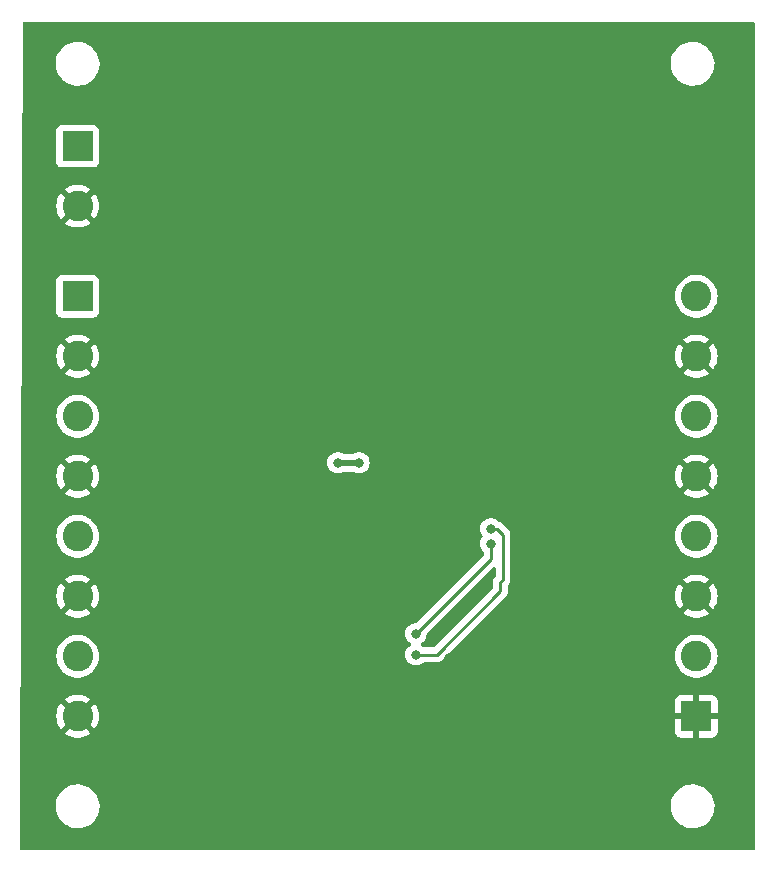
<source format=gbr>
%TF.GenerationSoftware,KiCad,Pcbnew,7.0.9*%
%TF.CreationDate,2024-02-06T13:40:39+00:00*%
%TF.ProjectId,dc-level-shifter,64632d6c-6576-4656-9c2d-736869667465,1.0*%
%TF.SameCoordinates,Original*%
%TF.FileFunction,Copper,L2,Bot*%
%TF.FilePolarity,Positive*%
%FSLAX46Y46*%
G04 Gerber Fmt 4.6, Leading zero omitted, Abs format (unit mm)*
G04 Created by KiCad (PCBNEW 7.0.9) date 2024-02-06 13:40:39*
%MOMM*%
%LPD*%
G01*
G04 APERTURE LIST*
%TA.AperFunction,ComponentPad*%
%ADD10R,2.600000X2.600000*%
%TD*%
%TA.AperFunction,ComponentPad*%
%ADD11C,2.600000*%
%TD*%
%TA.AperFunction,ViaPad*%
%ADD12C,0.800000*%
%TD*%
%TA.AperFunction,Conductor*%
%ADD13C,0.500000*%
%TD*%
%TA.AperFunction,Conductor*%
%ADD14C,0.250000*%
%TD*%
G04 APERTURE END LIST*
D10*
%TO.P,J1,1,Pin_1*%
%TO.N,/IN_1*%
X108520000Y-70485000D03*
D11*
%TO.P,J1,2,Pin_2*%
%TO.N,GND*%
X108520000Y-75565000D03*
%TO.P,J1,3,Pin_3*%
%TO.N,/IN_2*%
X108520000Y-80645000D03*
%TO.P,J1,4,Pin_4*%
%TO.N,GND*%
X108520000Y-85725000D03*
%TO.P,J1,5,Pin_5*%
%TO.N,/IN_3*%
X108520000Y-90805000D03*
%TO.P,J1,6,Pin_6*%
%TO.N,GND*%
X108520000Y-95885000D03*
%TO.P,J1,7,Pin_7*%
%TO.N,/IN_4*%
X108520000Y-100965000D03*
%TO.P,J1,8,Pin_8*%
%TO.N,GND*%
X108520000Y-106045000D03*
%TD*%
D10*
%TO.P,J3,1,Pin_1*%
%TO.N,Net-(D9-A)*%
X108520000Y-57780000D03*
D11*
%TO.P,J3,2,Pin_2*%
%TO.N,GND*%
X108520000Y-62860000D03*
%TD*%
D10*
%TO.P,J2,1,Pin_1*%
%TO.N,GND*%
X160895000Y-106045000D03*
D11*
%TO.P,J2,2,Pin_2*%
%TO.N,/OUT_4*%
X160895000Y-100965000D03*
%TO.P,J2,3,Pin_3*%
%TO.N,GND*%
X160895000Y-95885000D03*
%TO.P,J2,4,Pin_4*%
%TO.N,/OUT_3*%
X160895000Y-90805000D03*
%TO.P,J2,5,Pin_5*%
%TO.N,GND*%
X160895000Y-85725000D03*
%TO.P,J2,6,Pin_6*%
%TO.N,/OUT_2*%
X160895000Y-80645000D03*
%TO.P,J2,7,Pin_7*%
%TO.N,GND*%
X160895000Y-75565000D03*
%TO.P,J2,8,Pin_8*%
%TO.N,/OUT_1*%
X160895000Y-70485000D03*
%TD*%
D12*
%TO.N,Net-(D9-K)*%
X130556000Y-84582000D03*
X132334000Y-84582000D03*
%TO.N,GND*%
X133985000Y-81280000D03*
X140970000Y-90805000D03*
X115570000Y-75565000D03*
X154178000Y-93726000D03*
X153924000Y-99060000D03*
X115570000Y-95885000D03*
X115570000Y-85725000D03*
X160782000Y-62738000D03*
X142748000Y-83058000D03*
X113792000Y-51054000D03*
X146304000Y-88392000D03*
X145796000Y-94996000D03*
X153162000Y-88138000D03*
X138684000Y-65532000D03*
X164592000Y-101854000D03*
X115570000Y-106045000D03*
X139192000Y-51054000D03*
X112776000Y-76708000D03*
X164592000Y-51054000D03*
X129032000Y-85090000D03*
X139192000Y-76454000D03*
X144780000Y-86614000D03*
X123952000Y-76708000D03*
X115570000Y-78105000D03*
X126746000Y-106172000D03*
X140970000Y-97028000D03*
X139954000Y-101092000D03*
X115570000Y-98425000D03*
X144526000Y-98806000D03*
X112522000Y-103632000D03*
X127508000Y-90424000D03*
X164592000Y-76454000D03*
X143002000Y-106680000D03*
X115570000Y-88265000D03*
X117856000Y-66548000D03*
X138938000Y-99314000D03*
%TO.N,Net-(U1C-IN+)*%
X143510000Y-91440000D03*
X137160000Y-99060000D03*
%TO.N,Net-(U1D-IN+)*%
X137160000Y-100838000D03*
X143510000Y-90170000D03*
%TD*%
D13*
%TO.N,Net-(D9-K)*%
X132334000Y-84582000D02*
X130556000Y-84582000D01*
D14*
%TO.N,Net-(U1C-IN+)*%
X143510000Y-91440000D02*
X143510000Y-92710000D01*
X143510000Y-92710000D02*
X137160000Y-99060000D01*
%TO.N,Net-(U1D-IN+)*%
X144526000Y-94478695D02*
X144309000Y-94695695D01*
X144526000Y-90678000D02*
X144526000Y-94478695D01*
X144309000Y-94695695D02*
X144309000Y-95467000D01*
X138938000Y-100838000D02*
X137160000Y-100838000D01*
X143510000Y-90170000D02*
X144018000Y-90170000D01*
X144309000Y-95467000D02*
X138938000Y-100838000D01*
X144018000Y-90170000D02*
X144526000Y-90678000D01*
%TD*%
%TA.AperFunction,Conductor*%
%TO.N,GND*%
G36*
X143819834Y-93387269D02*
G01*
X143875767Y-93429141D01*
X143900184Y-93494605D01*
X143900500Y-93503451D01*
X143900500Y-94167865D01*
X143880815Y-94234904D01*
X143866896Y-94252744D01*
X143859773Y-94260330D01*
X143852811Y-94267291D01*
X143838888Y-94281214D01*
X143838877Y-94281227D01*
X143834621Y-94286712D01*
X143830837Y-94291142D01*
X143798937Y-94325113D01*
X143798936Y-94325115D01*
X143789284Y-94342671D01*
X143778610Y-94358921D01*
X143766329Y-94374756D01*
X143766324Y-94374763D01*
X143747815Y-94417533D01*
X143745245Y-94422779D01*
X143722803Y-94463601D01*
X143717822Y-94483002D01*
X143711521Y-94501405D01*
X143703562Y-94519797D01*
X143703561Y-94519800D01*
X143696271Y-94565822D01*
X143695087Y-94571541D01*
X143683501Y-94616667D01*
X143683500Y-94616677D01*
X143683500Y-94636711D01*
X143681973Y-94656110D01*
X143678840Y-94675889D01*
X143678840Y-94675890D01*
X143683225Y-94722278D01*
X143683500Y-94728116D01*
X143683500Y-95156547D01*
X143663815Y-95223586D01*
X143647181Y-95244228D01*
X138715228Y-100176181D01*
X138653905Y-100209666D01*
X138627547Y-100212500D01*
X137863748Y-100212500D01*
X137796709Y-100192815D01*
X137771600Y-100171474D01*
X137765873Y-100165114D01*
X137765869Y-100165110D01*
X137607473Y-100050029D01*
X137609028Y-100047888D01*
X137568921Y-100005840D01*
X137555685Y-99937235D01*
X137581642Y-99872366D01*
X137608370Y-99849205D01*
X137607473Y-99847971D01*
X137677879Y-99796817D01*
X137765871Y-99732888D01*
X137892533Y-99592216D01*
X137987179Y-99428284D01*
X138045674Y-99248256D01*
X138063321Y-99080345D01*
X138089905Y-99015732D01*
X138098952Y-99005636D01*
X143688821Y-93415768D01*
X143750142Y-93382285D01*
X143819834Y-93387269D01*
G37*
%TD.AperFunction*%
%TA.AperFunction,Conductor*%
G36*
X165805039Y-47263685D02*
G01*
X165850794Y-47316489D01*
X165862000Y-47368000D01*
X165862000Y-117224000D01*
X165842315Y-117291039D01*
X165789511Y-117336794D01*
X165738000Y-117348000D01*
X103756450Y-117348000D01*
X103689411Y-117328315D01*
X103643656Y-117275511D01*
X103632451Y-117223551D01*
X103645099Y-113732763D01*
X106665787Y-113732763D01*
X106695413Y-114002013D01*
X106695415Y-114002024D01*
X106763926Y-114264082D01*
X106763928Y-114264088D01*
X106869870Y-114513390D01*
X106941998Y-114631575D01*
X107010979Y-114744605D01*
X107010986Y-114744615D01*
X107184253Y-114952819D01*
X107184259Y-114952824D01*
X107385998Y-115133582D01*
X107611910Y-115283044D01*
X107857176Y-115398020D01*
X107857183Y-115398022D01*
X107857185Y-115398023D01*
X108116557Y-115476057D01*
X108116564Y-115476058D01*
X108116569Y-115476060D01*
X108384561Y-115515500D01*
X108384566Y-115515500D01*
X108587636Y-115515500D01*
X108639133Y-115511730D01*
X108790156Y-115500677D01*
X108902758Y-115475593D01*
X109054546Y-115441782D01*
X109054548Y-115441781D01*
X109054553Y-115441780D01*
X109307558Y-115345014D01*
X109543777Y-115212441D01*
X109758177Y-115046888D01*
X109946186Y-114851881D01*
X110103799Y-114631579D01*
X110177787Y-114487669D01*
X110227649Y-114390690D01*
X110227651Y-114390684D01*
X110227656Y-114390675D01*
X110315118Y-114134305D01*
X110364319Y-113867933D01*
X110369259Y-113732763D01*
X158735787Y-113732763D01*
X158765413Y-114002013D01*
X158765415Y-114002024D01*
X158833926Y-114264082D01*
X158833928Y-114264088D01*
X158939870Y-114513390D01*
X159011998Y-114631575D01*
X159080979Y-114744605D01*
X159080986Y-114744615D01*
X159254253Y-114952819D01*
X159254259Y-114952824D01*
X159455998Y-115133582D01*
X159681910Y-115283044D01*
X159927176Y-115398020D01*
X159927183Y-115398022D01*
X159927185Y-115398023D01*
X160186557Y-115476057D01*
X160186564Y-115476058D01*
X160186569Y-115476060D01*
X160454561Y-115515500D01*
X160454566Y-115515500D01*
X160657636Y-115515500D01*
X160709133Y-115511730D01*
X160860156Y-115500677D01*
X160972758Y-115475593D01*
X161124546Y-115441782D01*
X161124548Y-115441781D01*
X161124553Y-115441780D01*
X161377558Y-115345014D01*
X161613777Y-115212441D01*
X161828177Y-115046888D01*
X162016186Y-114851881D01*
X162173799Y-114631579D01*
X162247787Y-114487669D01*
X162297649Y-114390690D01*
X162297651Y-114390684D01*
X162297656Y-114390675D01*
X162385118Y-114134305D01*
X162434319Y-113867933D01*
X162444212Y-113597235D01*
X162414586Y-113327982D01*
X162346072Y-113065912D01*
X162240130Y-112816610D01*
X162099018Y-112585390D01*
X162009747Y-112478119D01*
X161925746Y-112377180D01*
X161925740Y-112377175D01*
X161724002Y-112196418D01*
X161498092Y-112046957D01*
X161498090Y-112046956D01*
X161252824Y-111931980D01*
X161252819Y-111931978D01*
X161252814Y-111931976D01*
X160993442Y-111853942D01*
X160993428Y-111853939D01*
X160877791Y-111836921D01*
X160725439Y-111814500D01*
X160522369Y-111814500D01*
X160522364Y-111814500D01*
X160319844Y-111829323D01*
X160319831Y-111829325D01*
X160055453Y-111888217D01*
X160055446Y-111888220D01*
X159802439Y-111984987D01*
X159566226Y-112117557D01*
X159351822Y-112283112D01*
X159163822Y-112478109D01*
X159163816Y-112478116D01*
X159006202Y-112698419D01*
X159006199Y-112698424D01*
X158882350Y-112939309D01*
X158882343Y-112939327D01*
X158794884Y-113195685D01*
X158794881Y-113195699D01*
X158745681Y-113462068D01*
X158745680Y-113462075D01*
X158735787Y-113732763D01*
X110369259Y-113732763D01*
X110374212Y-113597235D01*
X110344586Y-113327982D01*
X110276072Y-113065912D01*
X110170130Y-112816610D01*
X110029018Y-112585390D01*
X109939747Y-112478119D01*
X109855746Y-112377180D01*
X109855740Y-112377175D01*
X109654002Y-112196418D01*
X109428092Y-112046957D01*
X109428090Y-112046956D01*
X109182824Y-111931980D01*
X109182819Y-111931978D01*
X109182814Y-111931976D01*
X108923442Y-111853942D01*
X108923428Y-111853939D01*
X108807791Y-111836921D01*
X108655439Y-111814500D01*
X108452369Y-111814500D01*
X108452364Y-111814500D01*
X108249844Y-111829323D01*
X108249831Y-111829325D01*
X107985453Y-111888217D01*
X107985446Y-111888220D01*
X107732439Y-111984987D01*
X107496226Y-112117557D01*
X107281822Y-112283112D01*
X107093822Y-112478109D01*
X107093816Y-112478116D01*
X106936202Y-112698419D01*
X106936199Y-112698424D01*
X106812350Y-112939309D01*
X106812343Y-112939327D01*
X106724884Y-113195685D01*
X106724881Y-113195699D01*
X106675681Y-113462068D01*
X106675680Y-113462075D01*
X106665787Y-113732763D01*
X103645099Y-113732763D01*
X103672953Y-106045004D01*
X106714953Y-106045004D01*
X106735113Y-106314026D01*
X106735113Y-106314028D01*
X106795142Y-106577033D01*
X106795148Y-106577052D01*
X106893709Y-106828181D01*
X106893708Y-106828181D01*
X107028602Y-107061822D01*
X107082294Y-107129151D01*
X107917452Y-106293992D01*
X107927188Y-106323956D01*
X108015186Y-106462619D01*
X108134903Y-106575040D01*
X108269510Y-106649041D01*
X107434848Y-107483702D01*
X107617483Y-107608220D01*
X107617485Y-107608221D01*
X107860539Y-107725269D01*
X107860537Y-107725269D01*
X108118337Y-107804790D01*
X108118343Y-107804792D01*
X108385101Y-107844999D01*
X108385110Y-107845000D01*
X108654890Y-107845000D01*
X108654898Y-107844999D01*
X108921656Y-107804792D01*
X108921662Y-107804790D01*
X109179461Y-107725269D01*
X109422521Y-107608218D01*
X109605150Y-107483702D01*
X109514292Y-107392844D01*
X159095000Y-107392844D01*
X159101401Y-107452372D01*
X159101403Y-107452379D01*
X159151645Y-107587086D01*
X159151649Y-107587093D01*
X159237809Y-107702187D01*
X159237812Y-107702190D01*
X159352906Y-107788350D01*
X159352913Y-107788354D01*
X159487620Y-107838596D01*
X159487627Y-107838598D01*
X159547155Y-107844999D01*
X159547172Y-107845000D01*
X160645000Y-107845000D01*
X160645000Y-106649310D01*
X160653817Y-106654158D01*
X160812886Y-106695000D01*
X160935894Y-106695000D01*
X161057933Y-106679583D01*
X161145000Y-106645110D01*
X161145000Y-107845000D01*
X162242828Y-107845000D01*
X162242844Y-107844999D01*
X162302372Y-107838598D01*
X162302379Y-107838596D01*
X162437086Y-107788354D01*
X162437093Y-107788350D01*
X162552187Y-107702190D01*
X162552190Y-107702187D01*
X162638350Y-107587093D01*
X162638354Y-107587086D01*
X162688596Y-107452379D01*
X162688598Y-107452372D01*
X162694999Y-107392844D01*
X162695000Y-107392827D01*
X162695000Y-106295000D01*
X161495728Y-106295000D01*
X161518100Y-106247457D01*
X161548873Y-106086138D01*
X161538561Y-105922234D01*
X161497220Y-105795000D01*
X162695000Y-105795000D01*
X162695000Y-104697172D01*
X162694999Y-104697155D01*
X162688598Y-104637627D01*
X162688596Y-104637620D01*
X162638354Y-104502913D01*
X162638350Y-104502906D01*
X162552190Y-104387812D01*
X162552187Y-104387809D01*
X162437093Y-104301649D01*
X162437086Y-104301645D01*
X162302379Y-104251403D01*
X162302372Y-104251401D01*
X162242844Y-104245000D01*
X161145000Y-104245000D01*
X161145000Y-105440689D01*
X161136183Y-105435842D01*
X160977114Y-105395000D01*
X160854106Y-105395000D01*
X160732067Y-105410417D01*
X160645000Y-105444889D01*
X160645000Y-104245000D01*
X159547155Y-104245000D01*
X159487627Y-104251401D01*
X159487620Y-104251403D01*
X159352913Y-104301645D01*
X159352906Y-104301649D01*
X159237812Y-104387809D01*
X159237809Y-104387812D01*
X159151649Y-104502906D01*
X159151645Y-104502913D01*
X159101403Y-104637620D01*
X159101401Y-104637627D01*
X159095000Y-104697155D01*
X159095000Y-105795000D01*
X160294272Y-105795000D01*
X160271900Y-105842543D01*
X160241127Y-106003862D01*
X160251439Y-106167766D01*
X160292780Y-106295000D01*
X159095000Y-106295000D01*
X159095000Y-107392844D01*
X109514292Y-107392844D01*
X108767534Y-106646086D01*
X108835629Y-106619126D01*
X108968492Y-106522595D01*
X109073175Y-106396055D01*
X109121631Y-106293079D01*
X109957703Y-107129151D01*
X109957704Y-107129150D01*
X110011393Y-107061828D01*
X110011400Y-107061817D01*
X110146290Y-106828181D01*
X110244851Y-106577052D01*
X110244857Y-106577033D01*
X110304886Y-106314028D01*
X110304886Y-106314026D01*
X110325047Y-106045004D01*
X110325047Y-106044995D01*
X110304886Y-105775973D01*
X110304886Y-105775971D01*
X110244857Y-105512966D01*
X110244851Y-105512947D01*
X110146290Y-105261818D01*
X110146291Y-105261818D01*
X110011397Y-105028177D01*
X109957704Y-104960847D01*
X109122546Y-105796004D01*
X109112812Y-105766044D01*
X109024814Y-105627381D01*
X108905097Y-105514960D01*
X108770489Y-105440958D01*
X109605150Y-104606296D01*
X109422517Y-104481779D01*
X109422516Y-104481778D01*
X109179460Y-104364730D01*
X109179462Y-104364730D01*
X108921662Y-104285209D01*
X108921656Y-104285207D01*
X108654898Y-104245000D01*
X108385101Y-104245000D01*
X108118343Y-104285207D01*
X108118337Y-104285209D01*
X107860538Y-104364730D01*
X107617485Y-104481778D01*
X107617476Y-104481783D01*
X107434848Y-104606296D01*
X108272465Y-105443913D01*
X108204371Y-105470874D01*
X108071508Y-105567405D01*
X107966825Y-105693945D01*
X107918368Y-105796921D01*
X107082295Y-104960848D01*
X107028600Y-105028180D01*
X106893709Y-105261818D01*
X106795148Y-105512947D01*
X106795142Y-105512966D01*
X106735113Y-105775971D01*
X106735113Y-105775973D01*
X106714953Y-106044995D01*
X106714953Y-106045004D01*
X103672953Y-106045004D01*
X103690484Y-101206284D01*
X103691358Y-100965004D01*
X106714451Y-100965004D01*
X106734616Y-101234101D01*
X106794664Y-101497188D01*
X106794666Y-101497195D01*
X106893257Y-101748398D01*
X107028185Y-101982102D01*
X107164080Y-102152509D01*
X107196442Y-102193089D01*
X107383183Y-102366358D01*
X107394259Y-102376635D01*
X107617226Y-102528651D01*
X107860359Y-102645738D01*
X108118228Y-102725280D01*
X108118229Y-102725280D01*
X108118232Y-102725281D01*
X108385063Y-102765499D01*
X108385068Y-102765499D01*
X108385071Y-102765500D01*
X108385072Y-102765500D01*
X108654928Y-102765500D01*
X108654929Y-102765500D01*
X108654936Y-102765499D01*
X108921767Y-102725281D01*
X108921768Y-102725280D01*
X108921772Y-102725280D01*
X109179641Y-102645738D01*
X109422775Y-102528651D01*
X109645741Y-102376635D01*
X109843561Y-102193085D01*
X110011815Y-101982102D01*
X110146743Y-101748398D01*
X110245334Y-101497195D01*
X110305383Y-101234103D01*
X110312105Y-101144402D01*
X110325549Y-100965004D01*
X110325549Y-100964995D01*
X110316032Y-100838000D01*
X136254540Y-100838000D01*
X136274326Y-101026256D01*
X136274327Y-101026259D01*
X136332818Y-101206277D01*
X136332821Y-101206284D01*
X136427467Y-101370216D01*
X136541800Y-101497195D01*
X136554129Y-101510888D01*
X136707265Y-101622148D01*
X136707270Y-101622151D01*
X136880192Y-101699142D01*
X136880197Y-101699144D01*
X137065354Y-101738500D01*
X137065355Y-101738500D01*
X137254644Y-101738500D01*
X137254646Y-101738500D01*
X137439803Y-101699144D01*
X137612730Y-101622151D01*
X137765871Y-101510888D01*
X137768788Y-101507647D01*
X137771600Y-101504526D01*
X137831087Y-101467879D01*
X137863748Y-101463500D01*
X138855257Y-101463500D01*
X138870877Y-101465224D01*
X138870904Y-101464939D01*
X138878660Y-101465671D01*
X138878667Y-101465673D01*
X138947814Y-101463500D01*
X138977350Y-101463500D01*
X138984228Y-101462630D01*
X138990041Y-101462172D01*
X139036627Y-101460709D01*
X139055869Y-101455117D01*
X139074912Y-101451174D01*
X139094792Y-101448664D01*
X139138122Y-101431507D01*
X139143646Y-101429617D01*
X139147396Y-101428527D01*
X139188390Y-101416618D01*
X139205629Y-101406422D01*
X139223103Y-101397862D01*
X139241727Y-101390488D01*
X139241727Y-101390487D01*
X139241732Y-101390486D01*
X139279449Y-101363082D01*
X139284305Y-101359892D01*
X139324420Y-101336170D01*
X139338589Y-101321999D01*
X139353379Y-101309368D01*
X139369587Y-101297594D01*
X139399299Y-101261676D01*
X139403212Y-101257376D01*
X139695584Y-100965004D01*
X159089451Y-100965004D01*
X159109616Y-101234101D01*
X159169664Y-101497188D01*
X159169666Y-101497195D01*
X159268257Y-101748398D01*
X159403185Y-101982102D01*
X159539080Y-102152509D01*
X159571442Y-102193089D01*
X159758183Y-102366358D01*
X159769259Y-102376635D01*
X159992226Y-102528651D01*
X160235359Y-102645738D01*
X160493228Y-102725280D01*
X160493229Y-102725280D01*
X160493232Y-102725281D01*
X160760063Y-102765499D01*
X160760068Y-102765499D01*
X160760071Y-102765500D01*
X160760072Y-102765500D01*
X161029928Y-102765500D01*
X161029929Y-102765500D01*
X161029936Y-102765499D01*
X161296767Y-102725281D01*
X161296768Y-102725280D01*
X161296772Y-102725280D01*
X161554641Y-102645738D01*
X161797775Y-102528651D01*
X162020741Y-102376635D01*
X162218561Y-102193085D01*
X162386815Y-101982102D01*
X162521743Y-101748398D01*
X162620334Y-101497195D01*
X162680383Y-101234103D01*
X162687105Y-101144402D01*
X162700549Y-100965004D01*
X162700549Y-100964995D01*
X162680383Y-100695898D01*
X162628760Y-100469722D01*
X162620334Y-100432805D01*
X162521743Y-100181602D01*
X162386815Y-99947898D01*
X162218561Y-99736915D01*
X162218560Y-99736914D01*
X162218557Y-99736910D01*
X162020741Y-99553365D01*
X161797775Y-99401349D01*
X161797769Y-99401346D01*
X161797768Y-99401345D01*
X161797767Y-99401344D01*
X161554643Y-99284263D01*
X161554645Y-99284263D01*
X161296773Y-99204720D01*
X161296767Y-99204718D01*
X161029936Y-99164500D01*
X161029929Y-99164500D01*
X160760071Y-99164500D01*
X160760063Y-99164500D01*
X160493232Y-99204718D01*
X160493226Y-99204720D01*
X160235358Y-99284262D01*
X159992230Y-99401346D01*
X159769258Y-99553365D01*
X159571442Y-99736910D01*
X159403185Y-99947898D01*
X159268258Y-100181599D01*
X159268256Y-100181603D01*
X159169666Y-100432804D01*
X159169664Y-100432811D01*
X159109616Y-100695898D01*
X159089451Y-100964995D01*
X159089451Y-100965004D01*
X139695584Y-100965004D01*
X144692788Y-95967801D01*
X144705042Y-95957986D01*
X144704859Y-95957764D01*
X144710866Y-95952792D01*
X144710877Y-95952786D01*
X144741775Y-95919882D01*
X144758227Y-95902364D01*
X144768671Y-95891918D01*
X144775586Y-95885004D01*
X159089953Y-95885004D01*
X159110113Y-96154026D01*
X159110113Y-96154028D01*
X159170142Y-96417033D01*
X159170148Y-96417052D01*
X159268709Y-96668181D01*
X159268708Y-96668181D01*
X159403602Y-96901822D01*
X159457294Y-96969151D01*
X159457295Y-96969151D01*
X160292452Y-96133993D01*
X160302188Y-96163956D01*
X160390186Y-96302619D01*
X160509903Y-96415040D01*
X160644510Y-96489041D01*
X159809848Y-97323702D01*
X159992483Y-97448220D01*
X159992485Y-97448221D01*
X160235539Y-97565269D01*
X160235537Y-97565269D01*
X160493337Y-97644790D01*
X160493343Y-97644792D01*
X160760101Y-97684999D01*
X160760110Y-97685000D01*
X161029890Y-97685000D01*
X161029898Y-97684999D01*
X161296656Y-97644792D01*
X161296662Y-97644790D01*
X161554461Y-97565269D01*
X161797521Y-97448218D01*
X161980150Y-97323702D01*
X161142534Y-96486086D01*
X161210629Y-96459126D01*
X161343492Y-96362595D01*
X161448175Y-96236055D01*
X161496631Y-96133079D01*
X162332703Y-96969151D01*
X162332704Y-96969150D01*
X162386393Y-96901828D01*
X162386400Y-96901817D01*
X162521290Y-96668181D01*
X162619851Y-96417052D01*
X162619857Y-96417033D01*
X162679886Y-96154028D01*
X162679886Y-96154026D01*
X162700047Y-95885004D01*
X162700047Y-95884995D01*
X162679886Y-95615973D01*
X162679886Y-95615971D01*
X162619857Y-95352966D01*
X162619851Y-95352947D01*
X162521290Y-95101818D01*
X162521291Y-95101818D01*
X162386397Y-94868177D01*
X162332704Y-94800847D01*
X161497546Y-95636004D01*
X161487812Y-95606044D01*
X161399814Y-95467381D01*
X161280097Y-95354960D01*
X161145489Y-95280958D01*
X161980150Y-94446296D01*
X161797517Y-94321779D01*
X161797516Y-94321778D01*
X161554460Y-94204730D01*
X161554462Y-94204730D01*
X161296662Y-94125209D01*
X161296656Y-94125207D01*
X161029898Y-94085000D01*
X160760101Y-94085000D01*
X160493343Y-94125207D01*
X160493337Y-94125209D01*
X160235538Y-94204730D01*
X159992485Y-94321778D01*
X159992476Y-94321783D01*
X159809848Y-94446296D01*
X160647465Y-95283913D01*
X160579371Y-95310874D01*
X160446508Y-95407405D01*
X160341825Y-95533945D01*
X160293368Y-95636920D01*
X159457295Y-94800848D01*
X159403600Y-94868180D01*
X159268709Y-95101818D01*
X159170148Y-95352947D01*
X159170142Y-95352966D01*
X159110113Y-95615971D01*
X159110113Y-95615973D01*
X159089953Y-95884995D01*
X159089953Y-95885004D01*
X144775586Y-95885004D01*
X144779120Y-95881471D01*
X144783379Y-95875978D01*
X144787152Y-95871561D01*
X144819062Y-95837582D01*
X144828715Y-95820020D01*
X144839389Y-95803770D01*
X144851673Y-95787936D01*
X144870180Y-95745167D01*
X144872749Y-95739924D01*
X144895196Y-95699093D01*
X144895197Y-95699092D01*
X144900177Y-95679691D01*
X144906478Y-95661288D01*
X144914438Y-95642896D01*
X144921730Y-95596849D01*
X144922911Y-95591152D01*
X144934500Y-95546019D01*
X144934500Y-95525983D01*
X144936027Y-95506582D01*
X144939160Y-95486804D01*
X144934775Y-95440415D01*
X144934500Y-95434577D01*
X144934500Y-95006523D01*
X144954185Y-94939484D01*
X144968111Y-94921636D01*
X144975229Y-94914057D01*
X144985672Y-94903613D01*
X144996120Y-94893166D01*
X145000379Y-94887673D01*
X145004152Y-94883256D01*
X145036062Y-94849277D01*
X145045713Y-94831719D01*
X145056396Y-94815456D01*
X145068673Y-94799631D01*
X145087185Y-94756848D01*
X145089738Y-94751636D01*
X145112197Y-94710787D01*
X145117180Y-94691375D01*
X145123481Y-94672975D01*
X145131437Y-94654591D01*
X145138729Y-94608547D01*
X145139906Y-94602866D01*
X145151500Y-94557714D01*
X145151500Y-94537678D01*
X145153027Y-94518277D01*
X145156160Y-94498499D01*
X145151775Y-94452110D01*
X145151500Y-94446272D01*
X145151500Y-90805004D01*
X159089451Y-90805004D01*
X159109616Y-91074101D01*
X159150161Y-91251740D01*
X159169666Y-91337195D01*
X159268257Y-91588398D01*
X159403185Y-91822102D01*
X159522896Y-91972214D01*
X159571442Y-92033089D01*
X159758183Y-92206358D01*
X159769259Y-92216635D01*
X159992226Y-92368651D01*
X160235359Y-92485738D01*
X160493228Y-92565280D01*
X160493229Y-92565280D01*
X160493232Y-92565281D01*
X160760063Y-92605499D01*
X160760068Y-92605499D01*
X160760071Y-92605500D01*
X160760072Y-92605500D01*
X161029928Y-92605500D01*
X161029929Y-92605500D01*
X161029936Y-92605499D01*
X161296767Y-92565281D01*
X161296768Y-92565280D01*
X161296772Y-92565280D01*
X161554641Y-92485738D01*
X161797775Y-92368651D01*
X162020741Y-92216635D01*
X162218561Y-92033085D01*
X162386815Y-91822102D01*
X162521743Y-91588398D01*
X162620334Y-91337195D01*
X162680383Y-91074103D01*
X162692847Y-90907784D01*
X162700549Y-90805004D01*
X162700549Y-90804995D01*
X162680383Y-90535898D01*
X162680383Y-90535897D01*
X162620334Y-90272805D01*
X162521743Y-90021602D01*
X162386815Y-89787898D01*
X162218561Y-89576915D01*
X162218560Y-89576914D01*
X162218557Y-89576910D01*
X162020741Y-89393365D01*
X162009716Y-89385848D01*
X161797775Y-89241349D01*
X161797769Y-89241346D01*
X161797768Y-89241345D01*
X161797767Y-89241344D01*
X161554643Y-89124263D01*
X161554645Y-89124263D01*
X161296773Y-89044720D01*
X161296767Y-89044718D01*
X161029936Y-89004500D01*
X161029929Y-89004500D01*
X160760071Y-89004500D01*
X160760063Y-89004500D01*
X160493232Y-89044718D01*
X160493226Y-89044720D01*
X160235358Y-89124262D01*
X159992230Y-89241346D01*
X159769258Y-89393365D01*
X159571442Y-89576910D01*
X159403185Y-89787898D01*
X159268258Y-90021599D01*
X159268256Y-90021603D01*
X159169666Y-90272804D01*
X159169664Y-90272811D01*
X159109616Y-90535898D01*
X159089451Y-90804995D01*
X159089451Y-90805004D01*
X145151500Y-90805004D01*
X145151500Y-90760737D01*
X145153224Y-90745123D01*
X145152938Y-90745096D01*
X145153672Y-90737333D01*
X145151500Y-90668202D01*
X145151500Y-90638651D01*
X145151500Y-90638650D01*
X145150629Y-90631759D01*
X145150172Y-90625945D01*
X145148709Y-90579374D01*
X145148709Y-90579372D01*
X145143120Y-90560137D01*
X145139174Y-90541084D01*
X145136664Y-90521208D01*
X145119501Y-90477859D01*
X145117614Y-90472346D01*
X145104617Y-90427610D01*
X145104616Y-90427608D01*
X145094421Y-90410369D01*
X145085860Y-90392893D01*
X145078486Y-90374269D01*
X145078486Y-90374267D01*
X145066853Y-90358256D01*
X145051083Y-90336550D01*
X145047900Y-90331705D01*
X145024170Y-90291579D01*
X145024165Y-90291573D01*
X145010005Y-90277413D01*
X144997370Y-90262620D01*
X144985593Y-90246412D01*
X144949693Y-90216713D01*
X144945381Y-90212790D01*
X144518803Y-89786212D01*
X144508980Y-89773950D01*
X144508759Y-89774134D01*
X144503786Y-89768123D01*
X144453364Y-89720773D01*
X144442919Y-89710328D01*
X144432475Y-89699883D01*
X144426986Y-89695625D01*
X144422561Y-89691847D01*
X144388582Y-89659938D01*
X144388580Y-89659936D01*
X144388577Y-89659935D01*
X144371029Y-89650288D01*
X144354763Y-89639604D01*
X144338933Y-89627325D01*
X144296168Y-89608818D01*
X144290922Y-89606248D01*
X144250094Y-89583804D01*
X144250093Y-89583803D01*
X144250092Y-89583803D01*
X144230689Y-89578821D01*
X144212283Y-89572519D01*
X144193896Y-89564562D01*
X144193894Y-89564561D01*
X144190378Y-89563040D01*
X144147475Y-89532211D01*
X144115871Y-89497112D01*
X144115864Y-89497106D01*
X143962734Y-89385851D01*
X143962729Y-89385848D01*
X143789807Y-89308857D01*
X143789802Y-89308855D01*
X143644001Y-89277865D01*
X143604646Y-89269500D01*
X143415354Y-89269500D01*
X143382897Y-89276398D01*
X143230197Y-89308855D01*
X143230192Y-89308857D01*
X143057270Y-89385848D01*
X143057265Y-89385851D01*
X142904129Y-89497111D01*
X142777466Y-89637785D01*
X142682821Y-89801715D01*
X142682818Y-89801722D01*
X142624327Y-89981740D01*
X142624326Y-89981744D01*
X142604540Y-90170000D01*
X142624326Y-90358256D01*
X142624327Y-90358259D01*
X142682818Y-90538277D01*
X142682821Y-90538284D01*
X142777467Y-90702216D01*
X142787806Y-90713699D01*
X142795307Y-90722030D01*
X142825535Y-90785022D01*
X142816909Y-90854357D01*
X142795307Y-90887970D01*
X142777466Y-90907785D01*
X142682821Y-91071715D01*
X142682818Y-91071722D01*
X142624327Y-91251740D01*
X142624326Y-91251744D01*
X142604540Y-91440000D01*
X142624326Y-91628256D01*
X142624327Y-91628259D01*
X142682818Y-91808277D01*
X142682821Y-91808284D01*
X142777467Y-91972216D01*
X142820772Y-92020310D01*
X142852650Y-92055715D01*
X142882880Y-92118706D01*
X142884500Y-92138687D01*
X142884500Y-92399547D01*
X142864815Y-92466586D01*
X142848181Y-92487228D01*
X137212228Y-98123181D01*
X137150905Y-98156666D01*
X137124547Y-98159500D01*
X137065354Y-98159500D01*
X137032897Y-98166398D01*
X136880197Y-98198855D01*
X136880192Y-98198857D01*
X136707270Y-98275848D01*
X136707265Y-98275851D01*
X136554129Y-98387111D01*
X136427466Y-98527785D01*
X136332821Y-98691715D01*
X136332818Y-98691722D01*
X136274327Y-98871740D01*
X136274326Y-98871744D01*
X136254540Y-99060000D01*
X136274326Y-99248256D01*
X136274327Y-99248259D01*
X136332818Y-99428277D01*
X136332821Y-99428284D01*
X136427467Y-99592216D01*
X136554129Y-99732888D01*
X136712527Y-99847971D01*
X136710976Y-99850105D01*
X136751098Y-99892199D01*
X136764309Y-99960808D01*
X136738330Y-100025668D01*
X136711634Y-100048800D01*
X136712527Y-100050029D01*
X136554129Y-100165111D01*
X136427466Y-100305785D01*
X136332821Y-100469715D01*
X136332818Y-100469722D01*
X136274327Y-100649740D01*
X136274326Y-100649744D01*
X136254540Y-100838000D01*
X110316032Y-100838000D01*
X110305383Y-100695898D01*
X110253760Y-100469722D01*
X110245334Y-100432805D01*
X110146743Y-100181602D01*
X110011815Y-99947898D01*
X109843561Y-99736915D01*
X109843560Y-99736914D01*
X109843557Y-99736910D01*
X109645741Y-99553365D01*
X109422775Y-99401349D01*
X109422769Y-99401346D01*
X109422768Y-99401345D01*
X109422767Y-99401344D01*
X109179643Y-99284263D01*
X109179645Y-99284263D01*
X108921773Y-99204720D01*
X108921767Y-99204718D01*
X108654936Y-99164500D01*
X108654929Y-99164500D01*
X108385071Y-99164500D01*
X108385063Y-99164500D01*
X108118232Y-99204718D01*
X108118226Y-99204720D01*
X107860358Y-99284262D01*
X107617230Y-99401346D01*
X107394258Y-99553365D01*
X107196442Y-99736910D01*
X107028185Y-99947898D01*
X106893258Y-100181599D01*
X106893256Y-100181603D01*
X106794666Y-100432804D01*
X106794664Y-100432811D01*
X106734616Y-100695898D01*
X106714451Y-100964995D01*
X106714451Y-100965004D01*
X103691358Y-100965004D01*
X103709764Y-95885004D01*
X106714953Y-95885004D01*
X106735113Y-96154026D01*
X106735113Y-96154028D01*
X106795142Y-96417033D01*
X106795148Y-96417052D01*
X106893709Y-96668181D01*
X106893708Y-96668181D01*
X107028602Y-96901822D01*
X107082294Y-96969151D01*
X107917452Y-96133992D01*
X107927188Y-96163956D01*
X108015186Y-96302619D01*
X108134903Y-96415040D01*
X108269510Y-96489041D01*
X107434848Y-97323702D01*
X107617483Y-97448220D01*
X107617485Y-97448221D01*
X107860539Y-97565269D01*
X107860537Y-97565269D01*
X108118337Y-97644790D01*
X108118343Y-97644792D01*
X108385101Y-97684999D01*
X108385110Y-97685000D01*
X108654890Y-97685000D01*
X108654898Y-97684999D01*
X108921656Y-97644792D01*
X108921662Y-97644790D01*
X109179461Y-97565269D01*
X109422521Y-97448218D01*
X109605150Y-97323702D01*
X108767534Y-96486086D01*
X108835629Y-96459126D01*
X108968492Y-96362595D01*
X109073175Y-96236055D01*
X109121631Y-96133079D01*
X109957703Y-96969151D01*
X109957704Y-96969150D01*
X110011393Y-96901828D01*
X110011400Y-96901817D01*
X110146290Y-96668181D01*
X110244851Y-96417052D01*
X110244857Y-96417033D01*
X110304886Y-96154028D01*
X110304886Y-96154026D01*
X110325047Y-95885004D01*
X110325047Y-95884995D01*
X110304886Y-95615973D01*
X110304886Y-95615971D01*
X110244857Y-95352966D01*
X110244851Y-95352947D01*
X110146290Y-95101818D01*
X110146291Y-95101818D01*
X110011397Y-94868177D01*
X109957704Y-94800847D01*
X109122546Y-95636004D01*
X109112812Y-95606044D01*
X109024814Y-95467381D01*
X108905097Y-95354960D01*
X108770489Y-95280958D01*
X109605150Y-94446296D01*
X109422517Y-94321779D01*
X109422516Y-94321778D01*
X109179460Y-94204730D01*
X109179462Y-94204730D01*
X108921662Y-94125209D01*
X108921656Y-94125207D01*
X108654898Y-94085000D01*
X108385101Y-94085000D01*
X108118343Y-94125207D01*
X108118337Y-94125209D01*
X107860538Y-94204730D01*
X107617485Y-94321778D01*
X107617476Y-94321783D01*
X107434848Y-94446296D01*
X108272465Y-95283913D01*
X108204371Y-95310874D01*
X108071508Y-95407405D01*
X107966825Y-95533945D01*
X107918368Y-95636921D01*
X107082295Y-94800848D01*
X107028600Y-94868180D01*
X106893709Y-95101818D01*
X106795148Y-95352947D01*
X106795142Y-95352966D01*
X106735113Y-95615971D01*
X106735113Y-95615973D01*
X106714953Y-95884995D01*
X106714953Y-95885004D01*
X103709764Y-95885004D01*
X103728170Y-90805004D01*
X106714451Y-90805004D01*
X106734616Y-91074101D01*
X106775161Y-91251740D01*
X106794666Y-91337195D01*
X106893257Y-91588398D01*
X107028185Y-91822102D01*
X107147896Y-91972214D01*
X107196442Y-92033089D01*
X107383183Y-92206358D01*
X107394259Y-92216635D01*
X107617226Y-92368651D01*
X107860359Y-92485738D01*
X108118228Y-92565280D01*
X108118229Y-92565280D01*
X108118232Y-92565281D01*
X108385063Y-92605499D01*
X108385068Y-92605499D01*
X108385071Y-92605500D01*
X108385072Y-92605500D01*
X108654928Y-92605500D01*
X108654929Y-92605500D01*
X108654936Y-92605499D01*
X108921767Y-92565281D01*
X108921768Y-92565280D01*
X108921772Y-92565280D01*
X109179641Y-92485738D01*
X109422775Y-92368651D01*
X109645741Y-92216635D01*
X109843561Y-92033085D01*
X110011815Y-91822102D01*
X110146743Y-91588398D01*
X110245334Y-91337195D01*
X110305383Y-91074103D01*
X110317847Y-90907784D01*
X110325549Y-90805004D01*
X110325549Y-90804995D01*
X110305383Y-90535898D01*
X110305383Y-90535897D01*
X110245334Y-90272805D01*
X110146743Y-90021602D01*
X110011815Y-89787898D01*
X109843561Y-89576915D01*
X109843560Y-89576914D01*
X109843557Y-89576910D01*
X109645741Y-89393365D01*
X109634716Y-89385848D01*
X109422775Y-89241349D01*
X109422769Y-89241346D01*
X109422768Y-89241345D01*
X109422767Y-89241344D01*
X109179643Y-89124263D01*
X109179645Y-89124263D01*
X108921773Y-89044720D01*
X108921767Y-89044718D01*
X108654936Y-89004500D01*
X108654929Y-89004500D01*
X108385071Y-89004500D01*
X108385063Y-89004500D01*
X108118232Y-89044718D01*
X108118226Y-89044720D01*
X107860358Y-89124262D01*
X107617230Y-89241346D01*
X107394258Y-89393365D01*
X107196442Y-89576910D01*
X107028185Y-89787898D01*
X106893258Y-90021599D01*
X106893256Y-90021603D01*
X106794666Y-90272804D01*
X106794664Y-90272811D01*
X106734616Y-90535898D01*
X106714451Y-90804995D01*
X106714451Y-90805004D01*
X103728170Y-90805004D01*
X103746576Y-85725004D01*
X106714953Y-85725004D01*
X106735113Y-85994026D01*
X106735113Y-85994028D01*
X106795142Y-86257033D01*
X106795148Y-86257052D01*
X106893709Y-86508181D01*
X106893708Y-86508181D01*
X107028602Y-86741822D01*
X107082294Y-86809151D01*
X107917452Y-85973992D01*
X107927188Y-86003956D01*
X108015186Y-86142619D01*
X108134903Y-86255040D01*
X108269510Y-86329041D01*
X107434848Y-87163702D01*
X107617483Y-87288220D01*
X107617485Y-87288221D01*
X107860539Y-87405269D01*
X107860537Y-87405269D01*
X108118337Y-87484790D01*
X108118343Y-87484792D01*
X108385101Y-87524999D01*
X108385110Y-87525000D01*
X108654890Y-87525000D01*
X108654898Y-87524999D01*
X108921656Y-87484792D01*
X108921662Y-87484790D01*
X109179461Y-87405269D01*
X109422521Y-87288218D01*
X109605150Y-87163702D01*
X108767534Y-86326086D01*
X108835629Y-86299126D01*
X108968492Y-86202595D01*
X109073175Y-86076055D01*
X109121631Y-85973079D01*
X109957703Y-86809151D01*
X109957704Y-86809150D01*
X110011393Y-86741828D01*
X110011400Y-86741817D01*
X110146290Y-86508181D01*
X110244851Y-86257052D01*
X110244857Y-86257033D01*
X110304886Y-85994028D01*
X110304886Y-85994026D01*
X110325047Y-85725004D01*
X159089953Y-85725004D01*
X159110113Y-85994026D01*
X159110113Y-85994028D01*
X159170142Y-86257033D01*
X159170148Y-86257052D01*
X159268709Y-86508181D01*
X159268708Y-86508181D01*
X159403602Y-86741822D01*
X159457294Y-86809151D01*
X159457295Y-86809151D01*
X160292452Y-85973993D01*
X160302188Y-86003956D01*
X160390186Y-86142619D01*
X160509903Y-86255040D01*
X160644510Y-86329041D01*
X159809848Y-87163702D01*
X159992483Y-87288220D01*
X159992485Y-87288221D01*
X160235539Y-87405269D01*
X160235537Y-87405269D01*
X160493337Y-87484790D01*
X160493343Y-87484792D01*
X160760101Y-87524999D01*
X160760110Y-87525000D01*
X161029890Y-87525000D01*
X161029898Y-87524999D01*
X161296656Y-87484792D01*
X161296662Y-87484790D01*
X161554461Y-87405269D01*
X161797521Y-87288218D01*
X161980150Y-87163702D01*
X161142534Y-86326086D01*
X161210629Y-86299126D01*
X161343492Y-86202595D01*
X161448175Y-86076055D01*
X161496631Y-85973079D01*
X162332703Y-86809151D01*
X162332704Y-86809150D01*
X162386393Y-86741828D01*
X162386400Y-86741817D01*
X162521290Y-86508181D01*
X162619851Y-86257052D01*
X162619857Y-86257033D01*
X162679886Y-85994028D01*
X162679886Y-85994026D01*
X162700047Y-85725004D01*
X162700047Y-85724995D01*
X162679886Y-85455973D01*
X162679886Y-85455971D01*
X162619857Y-85192966D01*
X162619851Y-85192947D01*
X162521290Y-84941818D01*
X162521291Y-84941818D01*
X162386397Y-84708177D01*
X162332704Y-84640847D01*
X161497546Y-85476004D01*
X161487812Y-85446044D01*
X161399814Y-85307381D01*
X161280097Y-85194960D01*
X161145489Y-85120958D01*
X161980150Y-84286296D01*
X161797517Y-84161779D01*
X161797516Y-84161778D01*
X161554460Y-84044730D01*
X161554462Y-84044730D01*
X161296662Y-83965209D01*
X161296656Y-83965207D01*
X161029898Y-83925000D01*
X160760101Y-83925000D01*
X160493343Y-83965207D01*
X160493337Y-83965209D01*
X160235538Y-84044730D01*
X159992485Y-84161778D01*
X159992476Y-84161783D01*
X159809848Y-84286296D01*
X160647465Y-85123913D01*
X160579371Y-85150874D01*
X160446508Y-85247405D01*
X160341825Y-85373945D01*
X160293368Y-85476920D01*
X159457295Y-84640848D01*
X159403600Y-84708180D01*
X159268709Y-84941818D01*
X159170148Y-85192947D01*
X159170142Y-85192966D01*
X159110113Y-85455971D01*
X159110113Y-85455973D01*
X159089953Y-85724995D01*
X159089953Y-85725004D01*
X110325047Y-85725004D01*
X110325047Y-85724995D01*
X110304886Y-85455973D01*
X110304886Y-85455971D01*
X110244857Y-85192966D01*
X110244851Y-85192947D01*
X110146290Y-84941818D01*
X110146291Y-84941818D01*
X110011397Y-84708177D01*
X109957704Y-84640847D01*
X109122546Y-85476004D01*
X109112812Y-85446044D01*
X109024814Y-85307381D01*
X108905097Y-85194960D01*
X108770489Y-85120958D01*
X109309446Y-84582000D01*
X129650540Y-84582000D01*
X129670326Y-84770256D01*
X129670327Y-84770259D01*
X129728818Y-84950277D01*
X129728821Y-84950284D01*
X129823467Y-85114216D01*
X129943391Y-85247405D01*
X129950129Y-85254888D01*
X130103265Y-85366148D01*
X130103270Y-85366151D01*
X130276192Y-85443142D01*
X130276197Y-85443144D01*
X130461354Y-85482500D01*
X130461355Y-85482500D01*
X130650644Y-85482500D01*
X130650646Y-85482500D01*
X130835803Y-85443144D01*
X131008730Y-85366151D01*
X131010776Y-85364664D01*
X131022452Y-85356182D01*
X131088258Y-85332702D01*
X131095337Y-85332500D01*
X131794663Y-85332500D01*
X131861702Y-85352185D01*
X131867548Y-85356182D01*
X131881265Y-85366148D01*
X131881270Y-85366151D01*
X132054192Y-85443142D01*
X132054197Y-85443144D01*
X132239354Y-85482500D01*
X132239355Y-85482500D01*
X132428644Y-85482500D01*
X132428646Y-85482500D01*
X132613803Y-85443144D01*
X132786730Y-85366151D01*
X132939871Y-85254888D01*
X133066533Y-85114216D01*
X133161179Y-84950284D01*
X133219674Y-84770256D01*
X133239460Y-84582000D01*
X133219674Y-84393744D01*
X133161179Y-84213716D01*
X133066533Y-84049784D01*
X132939871Y-83909112D01*
X132939870Y-83909111D01*
X132786734Y-83797851D01*
X132786729Y-83797848D01*
X132613807Y-83720857D01*
X132613802Y-83720855D01*
X132468001Y-83689865D01*
X132428646Y-83681500D01*
X132239354Y-83681500D01*
X132206897Y-83688398D01*
X132054197Y-83720855D01*
X132054192Y-83720857D01*
X131881270Y-83797848D01*
X131881265Y-83797851D01*
X131867548Y-83807818D01*
X131801742Y-83831298D01*
X131794663Y-83831500D01*
X131095337Y-83831500D01*
X131028298Y-83811815D01*
X131022452Y-83807818D01*
X131008734Y-83797851D01*
X131008729Y-83797848D01*
X130835807Y-83720857D01*
X130835802Y-83720855D01*
X130690001Y-83689865D01*
X130650646Y-83681500D01*
X130461354Y-83681500D01*
X130428897Y-83688398D01*
X130276197Y-83720855D01*
X130276192Y-83720857D01*
X130103270Y-83797848D01*
X130103265Y-83797851D01*
X129950129Y-83909111D01*
X129823466Y-84049785D01*
X129728821Y-84213715D01*
X129728818Y-84213722D01*
X129670327Y-84393740D01*
X129670326Y-84393744D01*
X129650540Y-84582000D01*
X109309446Y-84582000D01*
X109605150Y-84286296D01*
X109422517Y-84161779D01*
X109422516Y-84161778D01*
X109179460Y-84044730D01*
X109179462Y-84044730D01*
X108921662Y-83965209D01*
X108921656Y-83965207D01*
X108654898Y-83925000D01*
X108385101Y-83925000D01*
X108118343Y-83965207D01*
X108118337Y-83965209D01*
X107860538Y-84044730D01*
X107617485Y-84161778D01*
X107617476Y-84161783D01*
X107434848Y-84286296D01*
X108272465Y-85123913D01*
X108204371Y-85150874D01*
X108071508Y-85247405D01*
X107966825Y-85373945D01*
X107918368Y-85476921D01*
X107082295Y-84640848D01*
X107028600Y-84708180D01*
X106893709Y-84941818D01*
X106795148Y-85192947D01*
X106795142Y-85192966D01*
X106735113Y-85455971D01*
X106735113Y-85455973D01*
X106714953Y-85724995D01*
X106714953Y-85725004D01*
X103746576Y-85725004D01*
X103764981Y-80645004D01*
X106714451Y-80645004D01*
X106734616Y-80914101D01*
X106794664Y-81177188D01*
X106794666Y-81177195D01*
X106893257Y-81428398D01*
X107028185Y-81662102D01*
X107164080Y-81832509D01*
X107196442Y-81873089D01*
X107383183Y-82046358D01*
X107394259Y-82056635D01*
X107617226Y-82208651D01*
X107860359Y-82325738D01*
X108118228Y-82405280D01*
X108118229Y-82405280D01*
X108118232Y-82405281D01*
X108385063Y-82445499D01*
X108385068Y-82445499D01*
X108385071Y-82445500D01*
X108385072Y-82445500D01*
X108654928Y-82445500D01*
X108654929Y-82445500D01*
X108654936Y-82445499D01*
X108921767Y-82405281D01*
X108921768Y-82405280D01*
X108921772Y-82405280D01*
X109179641Y-82325738D01*
X109422775Y-82208651D01*
X109645741Y-82056635D01*
X109843561Y-81873085D01*
X110011815Y-81662102D01*
X110146743Y-81428398D01*
X110245334Y-81177195D01*
X110305383Y-80914103D01*
X110325549Y-80645004D01*
X159089451Y-80645004D01*
X159109616Y-80914101D01*
X159169664Y-81177188D01*
X159169666Y-81177195D01*
X159268257Y-81428398D01*
X159403185Y-81662102D01*
X159539080Y-81832509D01*
X159571442Y-81873089D01*
X159758183Y-82046358D01*
X159769259Y-82056635D01*
X159992226Y-82208651D01*
X160235359Y-82325738D01*
X160493228Y-82405280D01*
X160493229Y-82405280D01*
X160493232Y-82405281D01*
X160760063Y-82445499D01*
X160760068Y-82445499D01*
X160760071Y-82445500D01*
X160760072Y-82445500D01*
X161029928Y-82445500D01*
X161029929Y-82445500D01*
X161029936Y-82445499D01*
X161296767Y-82405281D01*
X161296768Y-82405280D01*
X161296772Y-82405280D01*
X161554641Y-82325738D01*
X161797775Y-82208651D01*
X162020741Y-82056635D01*
X162218561Y-81873085D01*
X162386815Y-81662102D01*
X162521743Y-81428398D01*
X162620334Y-81177195D01*
X162680383Y-80914103D01*
X162700549Y-80645000D01*
X162680383Y-80375897D01*
X162620334Y-80112805D01*
X162521743Y-79861602D01*
X162386815Y-79627898D01*
X162218561Y-79416915D01*
X162218560Y-79416914D01*
X162218557Y-79416910D01*
X162020741Y-79233365D01*
X161797775Y-79081349D01*
X161797769Y-79081346D01*
X161797768Y-79081345D01*
X161797767Y-79081344D01*
X161554643Y-78964263D01*
X161554645Y-78964263D01*
X161296773Y-78884720D01*
X161296767Y-78884718D01*
X161029936Y-78844500D01*
X161029929Y-78844500D01*
X160760071Y-78844500D01*
X160760063Y-78844500D01*
X160493232Y-78884718D01*
X160493226Y-78884720D01*
X160235358Y-78964262D01*
X159992230Y-79081346D01*
X159769258Y-79233365D01*
X159571442Y-79416910D01*
X159403185Y-79627898D01*
X159268258Y-79861599D01*
X159268256Y-79861603D01*
X159169666Y-80112804D01*
X159169664Y-80112811D01*
X159109616Y-80375898D01*
X159089451Y-80644995D01*
X159089451Y-80645004D01*
X110325549Y-80645004D01*
X110325549Y-80645000D01*
X110305383Y-80375897D01*
X110245334Y-80112805D01*
X110146743Y-79861602D01*
X110011815Y-79627898D01*
X109843561Y-79416915D01*
X109843560Y-79416914D01*
X109843557Y-79416910D01*
X109645741Y-79233365D01*
X109422775Y-79081349D01*
X109422769Y-79081346D01*
X109422768Y-79081345D01*
X109422767Y-79081344D01*
X109179643Y-78964263D01*
X109179645Y-78964263D01*
X108921773Y-78884720D01*
X108921767Y-78884718D01*
X108654936Y-78844500D01*
X108654929Y-78844500D01*
X108385071Y-78844500D01*
X108385063Y-78844500D01*
X108118232Y-78884718D01*
X108118226Y-78884720D01*
X107860358Y-78964262D01*
X107617230Y-79081346D01*
X107394258Y-79233365D01*
X107196442Y-79416910D01*
X107028185Y-79627898D01*
X106893258Y-79861599D01*
X106893256Y-79861603D01*
X106794666Y-80112804D01*
X106794664Y-80112811D01*
X106734616Y-80375898D01*
X106714451Y-80644995D01*
X106714451Y-80645004D01*
X103764981Y-80645004D01*
X103783387Y-75565004D01*
X106714953Y-75565004D01*
X106735113Y-75834026D01*
X106735113Y-75834028D01*
X106795142Y-76097033D01*
X106795148Y-76097052D01*
X106893709Y-76348181D01*
X106893708Y-76348181D01*
X107028602Y-76581822D01*
X107082294Y-76649151D01*
X107917452Y-75813992D01*
X107927188Y-75843956D01*
X108015186Y-75982619D01*
X108134903Y-76095040D01*
X108269510Y-76169041D01*
X107434848Y-77003702D01*
X107617483Y-77128220D01*
X107617485Y-77128221D01*
X107860539Y-77245269D01*
X107860537Y-77245269D01*
X108118337Y-77324790D01*
X108118343Y-77324792D01*
X108385101Y-77364999D01*
X108385110Y-77365000D01*
X108654890Y-77365000D01*
X108654898Y-77364999D01*
X108921656Y-77324792D01*
X108921662Y-77324790D01*
X109179461Y-77245269D01*
X109422521Y-77128218D01*
X109605150Y-77003702D01*
X108767534Y-76166086D01*
X108835629Y-76139126D01*
X108968492Y-76042595D01*
X109073175Y-75916055D01*
X109121631Y-75813079D01*
X109957703Y-76649151D01*
X109957704Y-76649150D01*
X110011393Y-76581828D01*
X110011400Y-76581817D01*
X110146290Y-76348181D01*
X110244851Y-76097052D01*
X110244857Y-76097033D01*
X110304886Y-75834028D01*
X110304886Y-75834026D01*
X110325047Y-75565004D01*
X159089953Y-75565004D01*
X159110113Y-75834026D01*
X159110113Y-75834028D01*
X159170142Y-76097033D01*
X159170148Y-76097052D01*
X159268709Y-76348181D01*
X159268708Y-76348181D01*
X159403602Y-76581822D01*
X159457294Y-76649151D01*
X159457295Y-76649151D01*
X160292452Y-75813993D01*
X160302188Y-75843956D01*
X160390186Y-75982619D01*
X160509903Y-76095040D01*
X160644510Y-76169041D01*
X159809848Y-77003702D01*
X159992483Y-77128220D01*
X159992485Y-77128221D01*
X160235539Y-77245269D01*
X160235537Y-77245269D01*
X160493337Y-77324790D01*
X160493343Y-77324792D01*
X160760101Y-77364999D01*
X160760110Y-77365000D01*
X161029890Y-77365000D01*
X161029898Y-77364999D01*
X161296656Y-77324792D01*
X161296662Y-77324790D01*
X161554461Y-77245269D01*
X161797521Y-77128218D01*
X161980150Y-77003702D01*
X161142534Y-76166086D01*
X161210629Y-76139126D01*
X161343492Y-76042595D01*
X161448175Y-75916055D01*
X161496631Y-75813079D01*
X162332703Y-76649151D01*
X162332704Y-76649150D01*
X162386393Y-76581828D01*
X162386400Y-76581817D01*
X162521290Y-76348181D01*
X162619851Y-76097052D01*
X162619857Y-76097033D01*
X162679886Y-75834028D01*
X162679886Y-75834026D01*
X162700047Y-75565004D01*
X162700047Y-75564995D01*
X162679886Y-75295973D01*
X162679886Y-75295971D01*
X162619857Y-75032966D01*
X162619851Y-75032947D01*
X162521290Y-74781818D01*
X162521291Y-74781818D01*
X162386397Y-74548177D01*
X162332704Y-74480847D01*
X161497546Y-75316004D01*
X161487812Y-75286044D01*
X161399814Y-75147381D01*
X161280097Y-75034960D01*
X161145489Y-74960958D01*
X161980150Y-74126296D01*
X161797517Y-74001779D01*
X161797516Y-74001778D01*
X161554460Y-73884730D01*
X161554462Y-73884730D01*
X161296662Y-73805209D01*
X161296656Y-73805207D01*
X161029898Y-73765000D01*
X160760101Y-73765000D01*
X160493343Y-73805207D01*
X160493337Y-73805209D01*
X160235538Y-73884730D01*
X159992485Y-74001778D01*
X159992476Y-74001783D01*
X159809848Y-74126296D01*
X160647465Y-74963913D01*
X160579371Y-74990874D01*
X160446508Y-75087405D01*
X160341825Y-75213945D01*
X160293368Y-75316920D01*
X159457295Y-74480848D01*
X159403600Y-74548180D01*
X159268709Y-74781818D01*
X159170148Y-75032947D01*
X159170142Y-75032966D01*
X159110113Y-75295971D01*
X159110113Y-75295973D01*
X159089953Y-75564995D01*
X159089953Y-75565004D01*
X110325047Y-75565004D01*
X110325047Y-75564995D01*
X110304886Y-75295973D01*
X110304886Y-75295971D01*
X110244857Y-75032966D01*
X110244851Y-75032947D01*
X110146290Y-74781818D01*
X110146291Y-74781818D01*
X110011397Y-74548177D01*
X109957704Y-74480847D01*
X109122546Y-75316004D01*
X109112812Y-75286044D01*
X109024814Y-75147381D01*
X108905097Y-75034960D01*
X108770489Y-74960958D01*
X109605150Y-74126296D01*
X109422517Y-74001779D01*
X109422516Y-74001778D01*
X109179460Y-73884730D01*
X109179462Y-73884730D01*
X108921662Y-73805209D01*
X108921656Y-73805207D01*
X108654898Y-73765000D01*
X108385101Y-73765000D01*
X108118343Y-73805207D01*
X108118337Y-73805209D01*
X107860538Y-73884730D01*
X107617485Y-74001778D01*
X107617476Y-74001783D01*
X107434848Y-74126296D01*
X108272465Y-74963913D01*
X108204371Y-74990874D01*
X108071508Y-75087405D01*
X107966825Y-75213945D01*
X107918368Y-75316921D01*
X107082295Y-74480848D01*
X107028600Y-74548180D01*
X106893709Y-74781818D01*
X106795148Y-75032947D01*
X106795142Y-75032966D01*
X106735113Y-75295971D01*
X106735113Y-75295973D01*
X106714953Y-75564995D01*
X106714953Y-75565004D01*
X103783387Y-75565004D01*
X103796909Y-71832870D01*
X106719500Y-71832870D01*
X106719501Y-71832876D01*
X106725908Y-71892483D01*
X106776202Y-72027328D01*
X106776206Y-72027335D01*
X106862452Y-72142544D01*
X106862455Y-72142547D01*
X106977664Y-72228793D01*
X106977671Y-72228797D01*
X107112517Y-72279091D01*
X107112516Y-72279091D01*
X107119444Y-72279835D01*
X107172127Y-72285500D01*
X109867872Y-72285499D01*
X109927483Y-72279091D01*
X110062331Y-72228796D01*
X110177546Y-72142546D01*
X110263796Y-72027331D01*
X110314091Y-71892483D01*
X110320500Y-71832873D01*
X110320500Y-70485004D01*
X159089451Y-70485004D01*
X159109616Y-70754101D01*
X159169664Y-71017188D01*
X159169666Y-71017195D01*
X159268257Y-71268398D01*
X159403185Y-71502102D01*
X159539080Y-71672509D01*
X159571442Y-71713089D01*
X159758183Y-71886358D01*
X159769259Y-71896635D01*
X159992226Y-72048651D01*
X160235359Y-72165738D01*
X160493228Y-72245280D01*
X160493229Y-72245280D01*
X160493232Y-72245281D01*
X160760063Y-72285499D01*
X160760068Y-72285499D01*
X160760071Y-72285500D01*
X160760072Y-72285500D01*
X161029928Y-72285500D01*
X161029929Y-72285500D01*
X161029936Y-72285499D01*
X161296767Y-72245281D01*
X161296768Y-72245280D01*
X161296772Y-72245280D01*
X161554641Y-72165738D01*
X161797775Y-72048651D01*
X162020741Y-71896635D01*
X162218561Y-71713085D01*
X162386815Y-71502102D01*
X162521743Y-71268398D01*
X162620334Y-71017195D01*
X162680383Y-70754103D01*
X162700549Y-70485000D01*
X162680383Y-70215897D01*
X162620334Y-69952805D01*
X162521743Y-69701602D01*
X162386815Y-69467898D01*
X162218561Y-69256915D01*
X162218560Y-69256914D01*
X162218557Y-69256910D01*
X162020741Y-69073365D01*
X161797775Y-68921349D01*
X161797769Y-68921346D01*
X161797768Y-68921345D01*
X161797767Y-68921344D01*
X161554643Y-68804263D01*
X161554645Y-68804263D01*
X161296773Y-68724720D01*
X161296767Y-68724718D01*
X161029936Y-68684500D01*
X161029929Y-68684500D01*
X160760071Y-68684500D01*
X160760063Y-68684500D01*
X160493232Y-68724718D01*
X160493226Y-68724720D01*
X160235358Y-68804262D01*
X159992230Y-68921346D01*
X159769258Y-69073365D01*
X159571442Y-69256910D01*
X159403185Y-69467898D01*
X159268258Y-69701599D01*
X159268256Y-69701603D01*
X159169666Y-69952804D01*
X159169664Y-69952811D01*
X159109616Y-70215898D01*
X159089451Y-70484995D01*
X159089451Y-70485004D01*
X110320500Y-70485004D01*
X110320499Y-69137128D01*
X110314091Y-69077517D01*
X110312542Y-69073365D01*
X110263797Y-68942671D01*
X110263793Y-68942664D01*
X110177547Y-68827455D01*
X110177544Y-68827452D01*
X110062335Y-68741206D01*
X110062328Y-68741202D01*
X109927482Y-68690908D01*
X109927483Y-68690908D01*
X109867883Y-68684501D01*
X109867881Y-68684500D01*
X109867873Y-68684500D01*
X109867864Y-68684500D01*
X107172129Y-68684500D01*
X107172123Y-68684501D01*
X107112516Y-68690908D01*
X106977671Y-68741202D01*
X106977664Y-68741206D01*
X106862455Y-68827452D01*
X106862452Y-68827455D01*
X106776206Y-68942664D01*
X106776202Y-68942671D01*
X106725908Y-69077517D01*
X106719501Y-69137116D01*
X106719501Y-69137123D01*
X106719500Y-69137135D01*
X106719500Y-71832870D01*
X103796909Y-71832870D01*
X103829420Y-62860004D01*
X106714953Y-62860004D01*
X106735113Y-63129026D01*
X106735113Y-63129028D01*
X106795142Y-63392033D01*
X106795148Y-63392052D01*
X106893709Y-63643181D01*
X106893708Y-63643181D01*
X107028602Y-63876822D01*
X107082294Y-63944151D01*
X107917452Y-63108992D01*
X107927188Y-63138956D01*
X108015186Y-63277619D01*
X108134903Y-63390040D01*
X108269510Y-63464041D01*
X107434848Y-64298702D01*
X107617483Y-64423220D01*
X107617485Y-64423221D01*
X107860539Y-64540269D01*
X107860537Y-64540269D01*
X108118337Y-64619790D01*
X108118343Y-64619792D01*
X108385101Y-64659999D01*
X108385110Y-64660000D01*
X108654890Y-64660000D01*
X108654898Y-64659999D01*
X108921656Y-64619792D01*
X108921662Y-64619790D01*
X109179461Y-64540269D01*
X109422521Y-64423218D01*
X109605150Y-64298702D01*
X108767534Y-63461086D01*
X108835629Y-63434126D01*
X108968492Y-63337595D01*
X109073175Y-63211055D01*
X109121631Y-63108079D01*
X109957703Y-63944151D01*
X109957704Y-63944150D01*
X110011393Y-63876828D01*
X110011400Y-63876817D01*
X110146290Y-63643181D01*
X110244851Y-63392052D01*
X110244857Y-63392033D01*
X110304886Y-63129028D01*
X110304886Y-63129026D01*
X110325047Y-62860004D01*
X110325047Y-62859995D01*
X110304886Y-62590973D01*
X110304886Y-62590971D01*
X110244857Y-62327966D01*
X110244851Y-62327947D01*
X110146290Y-62076818D01*
X110146291Y-62076818D01*
X110011397Y-61843177D01*
X109957704Y-61775847D01*
X109122546Y-62611004D01*
X109112812Y-62581044D01*
X109024814Y-62442381D01*
X108905097Y-62329960D01*
X108770489Y-62255958D01*
X109605150Y-61421296D01*
X109422517Y-61296779D01*
X109422516Y-61296778D01*
X109179460Y-61179730D01*
X109179462Y-61179730D01*
X108921662Y-61100209D01*
X108921656Y-61100207D01*
X108654898Y-61060000D01*
X108385101Y-61060000D01*
X108118343Y-61100207D01*
X108118337Y-61100209D01*
X107860538Y-61179730D01*
X107617485Y-61296778D01*
X107617476Y-61296783D01*
X107434848Y-61421296D01*
X108272465Y-62258913D01*
X108204371Y-62285874D01*
X108071508Y-62382405D01*
X107966825Y-62508945D01*
X107918368Y-62611921D01*
X107082295Y-61775848D01*
X107028600Y-61843180D01*
X106893709Y-62076818D01*
X106795148Y-62327947D01*
X106795142Y-62327966D01*
X106735113Y-62590971D01*
X106735113Y-62590973D01*
X106714953Y-62859995D01*
X106714953Y-62860004D01*
X103829420Y-62860004D01*
X103842942Y-59127870D01*
X106719500Y-59127870D01*
X106719501Y-59127876D01*
X106725908Y-59187483D01*
X106776202Y-59322328D01*
X106776206Y-59322335D01*
X106862452Y-59437544D01*
X106862455Y-59437547D01*
X106977664Y-59523793D01*
X106977671Y-59523797D01*
X107112517Y-59574091D01*
X107112516Y-59574091D01*
X107119444Y-59574835D01*
X107172127Y-59580500D01*
X109867872Y-59580499D01*
X109927483Y-59574091D01*
X110062331Y-59523796D01*
X110177546Y-59437546D01*
X110263796Y-59322331D01*
X110314091Y-59187483D01*
X110320500Y-59127873D01*
X110320499Y-56432128D01*
X110314091Y-56372517D01*
X110263796Y-56237669D01*
X110263795Y-56237668D01*
X110263793Y-56237664D01*
X110177547Y-56122455D01*
X110177544Y-56122452D01*
X110062335Y-56036206D01*
X110062328Y-56036202D01*
X109927482Y-55985908D01*
X109927483Y-55985908D01*
X109867883Y-55979501D01*
X109867881Y-55979500D01*
X109867873Y-55979500D01*
X109867864Y-55979500D01*
X107172129Y-55979500D01*
X107172123Y-55979501D01*
X107112516Y-55985908D01*
X106977671Y-56036202D01*
X106977664Y-56036206D01*
X106862455Y-56122452D01*
X106862452Y-56122455D01*
X106776206Y-56237664D01*
X106776202Y-56237671D01*
X106725908Y-56372517D01*
X106719501Y-56432116D01*
X106719501Y-56432123D01*
X106719500Y-56432135D01*
X106719500Y-59127870D01*
X103842942Y-59127870D01*
X103872870Y-50867763D01*
X106665787Y-50867763D01*
X106695413Y-51137013D01*
X106695415Y-51137024D01*
X106763926Y-51399082D01*
X106763928Y-51399088D01*
X106869870Y-51648390D01*
X106941998Y-51766575D01*
X107010979Y-51879605D01*
X107010986Y-51879615D01*
X107184253Y-52087819D01*
X107184259Y-52087824D01*
X107385998Y-52268582D01*
X107611910Y-52418044D01*
X107857176Y-52533020D01*
X107857183Y-52533022D01*
X107857185Y-52533023D01*
X108116557Y-52611057D01*
X108116564Y-52611058D01*
X108116569Y-52611060D01*
X108384561Y-52650500D01*
X108384566Y-52650500D01*
X108587636Y-52650500D01*
X108639133Y-52646730D01*
X108790156Y-52635677D01*
X108902758Y-52610593D01*
X109054546Y-52576782D01*
X109054548Y-52576781D01*
X109054553Y-52576780D01*
X109307558Y-52480014D01*
X109543777Y-52347441D01*
X109758177Y-52181888D01*
X109946186Y-51986881D01*
X110103799Y-51766579D01*
X110177787Y-51622669D01*
X110227649Y-51525690D01*
X110227651Y-51525684D01*
X110227656Y-51525675D01*
X110315118Y-51269305D01*
X110364319Y-51002933D01*
X110369259Y-50867763D01*
X158735787Y-50867763D01*
X158765413Y-51137013D01*
X158765415Y-51137024D01*
X158833926Y-51399082D01*
X158833928Y-51399088D01*
X158939870Y-51648390D01*
X159011998Y-51766575D01*
X159080979Y-51879605D01*
X159080986Y-51879615D01*
X159254253Y-52087819D01*
X159254259Y-52087824D01*
X159455998Y-52268582D01*
X159681910Y-52418044D01*
X159927176Y-52533020D01*
X159927183Y-52533022D01*
X159927185Y-52533023D01*
X160186557Y-52611057D01*
X160186564Y-52611058D01*
X160186569Y-52611060D01*
X160454561Y-52650500D01*
X160454566Y-52650500D01*
X160657636Y-52650500D01*
X160709133Y-52646730D01*
X160860156Y-52635677D01*
X160972758Y-52610593D01*
X161124546Y-52576782D01*
X161124548Y-52576781D01*
X161124553Y-52576780D01*
X161377558Y-52480014D01*
X161613777Y-52347441D01*
X161828177Y-52181888D01*
X162016186Y-51986881D01*
X162173799Y-51766579D01*
X162247787Y-51622669D01*
X162297649Y-51525690D01*
X162297651Y-51525684D01*
X162297656Y-51525675D01*
X162385118Y-51269305D01*
X162434319Y-51002933D01*
X162444212Y-50732235D01*
X162414586Y-50462982D01*
X162346072Y-50200912D01*
X162240130Y-49951610D01*
X162099018Y-49720390D01*
X162009747Y-49613119D01*
X161925746Y-49512180D01*
X161925740Y-49512175D01*
X161724002Y-49331418D01*
X161498092Y-49181957D01*
X161498090Y-49181956D01*
X161252824Y-49066980D01*
X161252819Y-49066978D01*
X161252814Y-49066976D01*
X160993442Y-48988942D01*
X160993428Y-48988939D01*
X160877791Y-48971921D01*
X160725439Y-48949500D01*
X160522369Y-48949500D01*
X160522364Y-48949500D01*
X160319844Y-48964323D01*
X160319831Y-48964325D01*
X160055453Y-49023217D01*
X160055446Y-49023220D01*
X159802439Y-49119987D01*
X159566226Y-49252557D01*
X159351822Y-49418112D01*
X159163822Y-49613109D01*
X159163816Y-49613116D01*
X159006202Y-49833419D01*
X159006199Y-49833424D01*
X158882350Y-50074309D01*
X158882343Y-50074327D01*
X158794884Y-50330685D01*
X158794881Y-50330699D01*
X158745681Y-50597068D01*
X158745680Y-50597075D01*
X158735787Y-50867763D01*
X110369259Y-50867763D01*
X110374212Y-50732235D01*
X110344586Y-50462982D01*
X110276072Y-50200912D01*
X110170130Y-49951610D01*
X110029018Y-49720390D01*
X109939747Y-49613119D01*
X109855746Y-49512180D01*
X109855740Y-49512175D01*
X109654002Y-49331418D01*
X109428092Y-49181957D01*
X109428090Y-49181956D01*
X109182824Y-49066980D01*
X109182819Y-49066978D01*
X109182814Y-49066976D01*
X108923442Y-48988942D01*
X108923428Y-48988939D01*
X108807791Y-48971921D01*
X108655439Y-48949500D01*
X108452369Y-48949500D01*
X108452364Y-48949500D01*
X108249844Y-48964323D01*
X108249831Y-48964325D01*
X107985453Y-49023217D01*
X107985446Y-49023220D01*
X107732439Y-49119987D01*
X107496226Y-49252557D01*
X107281822Y-49418112D01*
X107093822Y-49613109D01*
X107093816Y-49613116D01*
X106936202Y-49833419D01*
X106936199Y-49833424D01*
X106812350Y-50074309D01*
X106812343Y-50074327D01*
X106724884Y-50330685D01*
X106724881Y-50330699D01*
X106675681Y-50597068D01*
X106675680Y-50597075D01*
X106665787Y-50867763D01*
X103872870Y-50867763D01*
X103885552Y-47367549D01*
X103905479Y-47300583D01*
X103958449Y-47255020D01*
X104009551Y-47244000D01*
X165738000Y-47244000D01*
X165805039Y-47263685D01*
G37*
%TD.AperFunction*%
%TD*%
M02*

</source>
